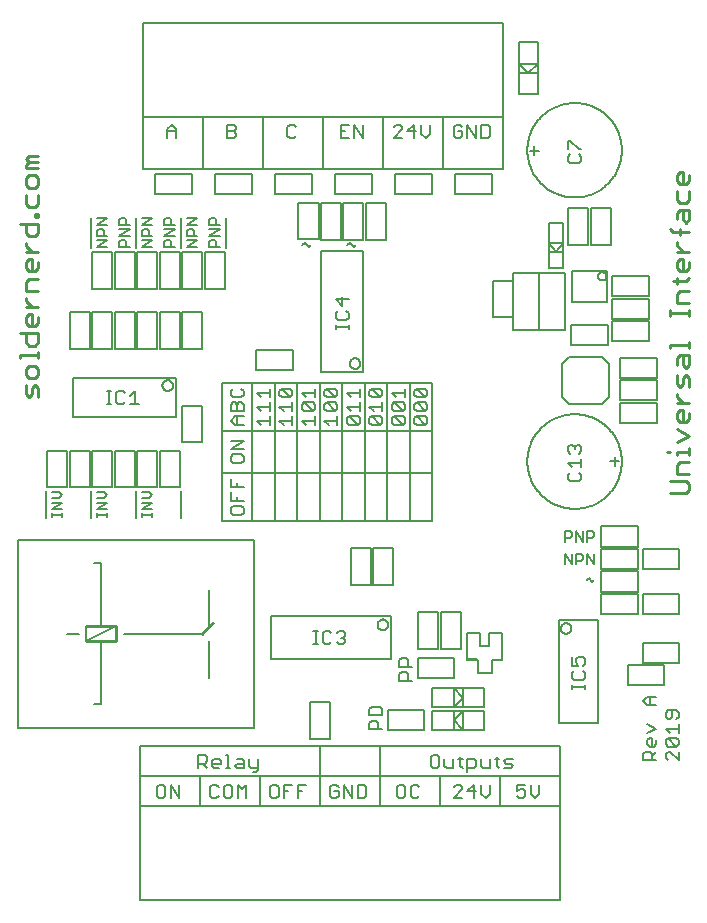
<source format=gto>
G75*
%MOIN*%
%OFA0B0*%
%FSLAX25Y25*%
%IPPOS*%
%LPD*%
%AMOC8*
5,1,8,0,0,1.08239X$1,22.5*
%
%ADD10C,0.00600*%
%ADD11C,0.00900*%
%ADD12C,0.00591*%
%ADD13C,0.00700*%
%ADD14C,0.00500*%
%ADD15C,0.01000*%
D10*
X0008274Y0059898D02*
X0008274Y0122890D01*
X0087014Y0122890D01*
X0087014Y0059898D01*
X0008274Y0059898D01*
X0031049Y0088894D02*
X0041049Y0093894D01*
X0043549Y0091394D02*
X0069549Y0091394D01*
X0072049Y0093894D02*
X0072049Y0106094D01*
X0072049Y0088894D02*
X0072049Y0076594D01*
X0036049Y0067894D02*
X0033549Y0067894D01*
X0036049Y0067894D02*
X0036049Y0088894D01*
X0036049Y0093894D02*
X0036049Y0114894D01*
X0033549Y0114894D01*
X0034691Y0130444D02*
X0034691Y0131578D01*
X0034691Y0131011D02*
X0038094Y0131011D01*
X0038094Y0130444D02*
X0038094Y0131578D01*
X0038094Y0132899D02*
X0034691Y0132899D01*
X0038094Y0135168D01*
X0034691Y0135168D01*
X0034691Y0136582D02*
X0036959Y0136582D01*
X0038094Y0137717D01*
X0036959Y0138851D01*
X0034691Y0138851D01*
X0023094Y0137717D02*
X0021959Y0136582D01*
X0019691Y0136582D01*
X0019691Y0135168D02*
X0023094Y0135168D01*
X0019691Y0132899D01*
X0023094Y0132899D01*
X0023094Y0131578D02*
X0023094Y0130444D01*
X0023094Y0131011D02*
X0019691Y0131011D01*
X0019691Y0130444D02*
X0019691Y0131578D01*
X0023094Y0137717D02*
X0021959Y0138851D01*
X0019691Y0138851D01*
X0038055Y0167944D02*
X0039523Y0167944D01*
X0038789Y0167944D02*
X0038789Y0172347D01*
X0038055Y0172347D02*
X0039523Y0172347D01*
X0041124Y0171613D02*
X0041124Y0168678D01*
X0041858Y0167944D01*
X0043326Y0167944D01*
X0044060Y0168678D01*
X0045728Y0167944D02*
X0048664Y0167944D01*
X0047196Y0167944D02*
X0047196Y0172347D01*
X0045728Y0170880D01*
X0044060Y0171613D02*
X0043326Y0172347D01*
X0041858Y0172347D01*
X0041124Y0171613D01*
X0049691Y0138851D02*
X0051959Y0138851D01*
X0053094Y0137717D01*
X0051959Y0136582D01*
X0049691Y0136582D01*
X0049691Y0135168D02*
X0053094Y0135168D01*
X0049691Y0132899D01*
X0053094Y0132899D01*
X0053094Y0131578D02*
X0053094Y0130444D01*
X0053094Y0131011D02*
X0049691Y0131011D01*
X0049691Y0130444D02*
X0049691Y0131578D01*
X0031049Y0093894D02*
X0031049Y0088894D01*
X0028549Y0091394D02*
X0024549Y0091394D01*
X0034691Y0220444D02*
X0038094Y0222712D01*
X0034691Y0222712D01*
X0034691Y0224127D02*
X0034691Y0225828D01*
X0035258Y0226395D01*
X0036392Y0226395D01*
X0036959Y0225828D01*
X0036959Y0224127D01*
X0038094Y0224127D02*
X0034691Y0224127D01*
X0034691Y0227810D02*
X0038094Y0230079D01*
X0034691Y0230079D01*
X0034691Y0227810D02*
X0038094Y0227810D01*
X0042191Y0227810D02*
X0042191Y0229511D01*
X0042758Y0230079D01*
X0043892Y0230079D01*
X0044459Y0229511D01*
X0044459Y0227810D01*
X0045594Y0227810D02*
X0042191Y0227810D01*
X0042191Y0226395D02*
X0045594Y0226395D01*
X0042191Y0224127D01*
X0045594Y0224127D01*
X0043892Y0222712D02*
X0044459Y0222145D01*
X0044459Y0220444D01*
X0045594Y0220444D02*
X0042191Y0220444D01*
X0042191Y0222145D01*
X0042758Y0222712D01*
X0043892Y0222712D01*
X0049691Y0222712D02*
X0053094Y0222712D01*
X0049691Y0220444D01*
X0053094Y0220444D01*
X0053094Y0224127D02*
X0049691Y0224127D01*
X0049691Y0225828D01*
X0050258Y0226395D01*
X0051392Y0226395D01*
X0051959Y0225828D01*
X0051959Y0224127D01*
X0053094Y0227810D02*
X0049691Y0227810D01*
X0053094Y0230079D01*
X0049691Y0230079D01*
X0057191Y0229511D02*
X0057758Y0230079D01*
X0058892Y0230079D01*
X0059459Y0229511D01*
X0059459Y0227810D01*
X0060594Y0227810D02*
X0057191Y0227810D01*
X0057191Y0229511D01*
X0057191Y0226395D02*
X0060594Y0226395D01*
X0057191Y0224127D01*
X0060594Y0224127D01*
X0058892Y0222712D02*
X0057758Y0222712D01*
X0057191Y0222145D01*
X0057191Y0220444D01*
X0060594Y0220444D01*
X0059459Y0220444D02*
X0059459Y0222145D01*
X0058892Y0222712D01*
X0064691Y0222712D02*
X0068094Y0222712D01*
X0064691Y0220444D01*
X0068094Y0220444D01*
X0068094Y0224127D02*
X0064691Y0224127D01*
X0064691Y0225828D01*
X0065258Y0226395D01*
X0066392Y0226395D01*
X0066959Y0225828D01*
X0066959Y0224127D01*
X0068094Y0227810D02*
X0064691Y0227810D01*
X0068094Y0230079D01*
X0064691Y0230079D01*
X0072191Y0229511D02*
X0072758Y0230079D01*
X0073892Y0230079D01*
X0074459Y0229511D01*
X0074459Y0227810D01*
X0075594Y0227810D02*
X0072191Y0227810D01*
X0072191Y0229511D01*
X0072191Y0226395D02*
X0075594Y0226395D01*
X0072191Y0224127D01*
X0075594Y0224127D01*
X0073892Y0222712D02*
X0072758Y0222712D01*
X0072191Y0222145D01*
X0072191Y0220444D01*
X0075594Y0220444D01*
X0074459Y0220444D02*
X0074459Y0222145D01*
X0073892Y0222712D01*
X0038094Y0220444D02*
X0034691Y0220444D01*
X0158294Y0082937D02*
X0161403Y0082937D01*
X0192940Y0083664D02*
X0192940Y0080728D01*
X0195142Y0080728D01*
X0194408Y0082196D01*
X0194408Y0082930D01*
X0195142Y0083664D01*
X0196610Y0083664D01*
X0197344Y0082930D01*
X0197344Y0081462D01*
X0196610Y0080728D01*
X0196610Y0079060D02*
X0197344Y0078326D01*
X0197344Y0076858D01*
X0196610Y0076124D01*
X0193674Y0076124D01*
X0192940Y0076858D01*
X0192940Y0078326D01*
X0193674Y0079060D01*
X0192940Y0074523D02*
X0192940Y0073055D01*
X0192940Y0073789D02*
X0197344Y0073789D01*
X0197344Y0073055D02*
X0197344Y0074523D01*
X0199712Y0108779D02*
X0200279Y0109347D01*
X0199712Y0108779D02*
X0198578Y0109914D01*
X0198011Y0109347D01*
X0198011Y0114694D02*
X0198011Y0118097D01*
X0200279Y0114694D01*
X0200279Y0118097D01*
X0196596Y0117529D02*
X0196596Y0116395D01*
X0196029Y0115828D01*
X0194327Y0115828D01*
X0194327Y0114694D02*
X0194327Y0118097D01*
X0196029Y0118097D01*
X0196596Y0117529D01*
X0196596Y0122194D02*
X0196596Y0125597D01*
X0198011Y0125597D02*
X0199712Y0125597D01*
X0200279Y0125029D01*
X0200279Y0123895D01*
X0199712Y0123328D01*
X0198011Y0123328D01*
X0198011Y0122194D02*
X0198011Y0125597D01*
X0194327Y0125597D02*
X0194327Y0122194D01*
X0192913Y0123895D02*
X0192346Y0123328D01*
X0190644Y0123328D01*
X0190644Y0122194D02*
X0190644Y0125597D01*
X0192346Y0125597D01*
X0192913Y0125029D01*
X0192913Y0123895D01*
X0194327Y0125597D02*
X0196596Y0122194D01*
X0192913Y0118097D02*
X0192913Y0114694D01*
X0190644Y0118097D01*
X0190644Y0114694D01*
D11*
X0224821Y0152215D02*
X0225838Y0152215D01*
X0227874Y0152215D02*
X0231944Y0152215D01*
X0231944Y0151198D02*
X0231944Y0153233D01*
X0231944Y0157530D02*
X0227874Y0159565D01*
X0228891Y0161940D02*
X0227874Y0162958D01*
X0227874Y0164993D01*
X0228891Y0166011D01*
X0229909Y0166011D01*
X0229909Y0161940D01*
X0230926Y0161940D02*
X0228891Y0161940D01*
X0230926Y0161940D02*
X0231944Y0162958D01*
X0231944Y0164993D01*
X0231944Y0168386D02*
X0227874Y0168386D01*
X0229909Y0168386D02*
X0227874Y0170421D01*
X0227874Y0171438D01*
X0228891Y0173757D02*
X0227874Y0174775D01*
X0227874Y0177827D01*
X0229909Y0176810D02*
X0229909Y0174775D01*
X0228891Y0173757D01*
X0231944Y0173757D02*
X0231944Y0176810D01*
X0230926Y0177827D01*
X0229909Y0176810D01*
X0230926Y0180203D02*
X0229909Y0181220D01*
X0229909Y0184273D01*
X0228891Y0184273D02*
X0231944Y0184273D01*
X0231944Y0181220D01*
X0230926Y0180203D01*
X0227874Y0181220D02*
X0227874Y0183255D01*
X0228891Y0184273D01*
X0225838Y0186648D02*
X0225838Y0187666D01*
X0231944Y0187666D01*
X0231944Y0188683D02*
X0231944Y0186648D01*
X0231944Y0197391D02*
X0231944Y0199426D01*
X0231944Y0198408D02*
X0225838Y0198408D01*
X0225838Y0197391D02*
X0225838Y0199426D01*
X0227874Y0201688D02*
X0227874Y0204740D01*
X0228891Y0205758D01*
X0231944Y0205758D01*
X0230926Y0209151D02*
X0231944Y0210168D01*
X0230926Y0209151D02*
X0226856Y0209151D01*
X0227874Y0210168D02*
X0227874Y0208133D01*
X0228891Y0212430D02*
X0227874Y0213448D01*
X0227874Y0215483D01*
X0228891Y0216500D01*
X0229909Y0216500D01*
X0229909Y0212430D01*
X0230926Y0212430D02*
X0228891Y0212430D01*
X0230926Y0212430D02*
X0231944Y0213448D01*
X0231944Y0215483D01*
X0231944Y0218876D02*
X0227874Y0218876D01*
X0229909Y0218876D02*
X0227874Y0220911D01*
X0227874Y0221928D01*
X0228891Y0224247D02*
X0228891Y0226282D01*
X0226856Y0225264D02*
X0225838Y0226282D01*
X0226856Y0225264D02*
X0231944Y0225264D01*
X0230926Y0228544D02*
X0229909Y0229561D01*
X0229909Y0232614D01*
X0228891Y0232614D02*
X0231944Y0232614D01*
X0231944Y0229561D01*
X0230926Y0228544D01*
X0227874Y0229561D02*
X0227874Y0231596D01*
X0228891Y0232614D01*
X0228891Y0234989D02*
X0227874Y0236007D01*
X0227874Y0239059D01*
X0228891Y0241435D02*
X0227874Y0242452D01*
X0227874Y0244487D01*
X0228891Y0245505D01*
X0229909Y0245505D01*
X0229909Y0241435D01*
X0230926Y0241435D02*
X0228891Y0241435D01*
X0230926Y0241435D02*
X0231944Y0242452D01*
X0231944Y0244487D01*
X0231944Y0239059D02*
X0231944Y0236007D01*
X0230926Y0234989D01*
X0228891Y0234989D01*
X0227874Y0201688D02*
X0231944Y0201688D01*
X0231944Y0157530D02*
X0227874Y0155495D01*
X0227874Y0152215D02*
X0227874Y0151198D01*
X0228891Y0148823D02*
X0227874Y0147805D01*
X0227874Y0144752D01*
X0231944Y0144752D01*
X0230926Y0142377D02*
X0225838Y0142377D01*
X0225838Y0138307D02*
X0230926Y0138307D01*
X0231944Y0139324D01*
X0231944Y0141359D01*
X0230926Y0142377D01*
X0231944Y0148823D02*
X0228891Y0148823D01*
X0015005Y0170367D02*
X0015005Y0173420D01*
X0013987Y0174437D01*
X0012970Y0173420D01*
X0012970Y0171384D01*
X0011952Y0170367D01*
X0010935Y0171384D01*
X0010935Y0174437D01*
X0011952Y0176812D02*
X0010935Y0177830D01*
X0010935Y0179865D01*
X0011952Y0180883D01*
X0013987Y0180883D01*
X0015005Y0179865D01*
X0015005Y0177830D01*
X0013987Y0176812D01*
X0011952Y0176812D01*
X0008900Y0183258D02*
X0008900Y0184275D01*
X0015005Y0184275D01*
X0015005Y0183258D02*
X0015005Y0185293D01*
X0013987Y0187555D02*
X0015005Y0188572D01*
X0015005Y0191625D01*
X0008900Y0191625D01*
X0010935Y0191625D02*
X0010935Y0188572D01*
X0011952Y0187555D01*
X0013987Y0187555D01*
X0013987Y0194000D02*
X0011952Y0194000D01*
X0010935Y0195018D01*
X0010935Y0197053D01*
X0011952Y0198071D01*
X0012970Y0198071D01*
X0012970Y0194000D01*
X0013987Y0194000D02*
X0015005Y0195018D01*
X0015005Y0197053D01*
X0015005Y0200446D02*
X0010935Y0200446D01*
X0012970Y0200446D02*
X0010935Y0202481D01*
X0010935Y0203499D01*
X0010935Y0205817D02*
X0010935Y0208870D01*
X0011952Y0209887D01*
X0015005Y0209887D01*
X0013987Y0212263D02*
X0015005Y0213280D01*
X0015005Y0215315D01*
X0012970Y0216333D02*
X0012970Y0212263D01*
X0013987Y0212263D02*
X0011952Y0212263D01*
X0010935Y0213280D01*
X0010935Y0215315D01*
X0011952Y0216333D01*
X0012970Y0216333D01*
X0012970Y0218708D02*
X0010935Y0220743D01*
X0010935Y0221761D01*
X0011952Y0224079D02*
X0010935Y0225097D01*
X0010935Y0228150D01*
X0008900Y0228150D02*
X0015005Y0228150D01*
X0015005Y0225097D01*
X0013987Y0224079D01*
X0011952Y0224079D01*
X0010935Y0218708D02*
X0015005Y0218708D01*
X0015005Y0205817D02*
X0010935Y0205817D01*
X0013987Y0230525D02*
X0013987Y0231542D01*
X0015005Y0231542D01*
X0015005Y0230525D01*
X0013987Y0230525D01*
X0013987Y0233748D02*
X0015005Y0234765D01*
X0015005Y0237818D01*
X0013987Y0240193D02*
X0015005Y0241211D01*
X0015005Y0243246D01*
X0013987Y0244263D01*
X0011952Y0244263D01*
X0010935Y0243246D01*
X0010935Y0241211D01*
X0011952Y0240193D01*
X0013987Y0240193D01*
X0010935Y0237818D02*
X0010935Y0234765D01*
X0011952Y0233748D01*
X0013987Y0233748D01*
X0015005Y0246639D02*
X0010935Y0246639D01*
X0010935Y0247656D01*
X0011952Y0248674D01*
X0010935Y0249691D01*
X0011952Y0250709D01*
X0015005Y0250709D01*
X0015005Y0248674D02*
X0011952Y0248674D01*
D12*
X0048894Y0034179D02*
X0048894Y0002683D01*
X0188894Y0002683D01*
X0188894Y0034179D01*
X0048894Y0034179D01*
X0048894Y0033894D02*
X0048894Y0043894D01*
X0068894Y0043894D01*
X0068894Y0033894D01*
X0068894Y0043894D02*
X0088894Y0043894D01*
X0088894Y0033894D01*
X0088894Y0043894D02*
X0128894Y0043894D01*
X0128894Y0053894D01*
X0108894Y0053894D01*
X0108894Y0033894D01*
X0108894Y0053894D02*
X0048894Y0053894D01*
X0048894Y0043894D01*
X0092565Y0083057D02*
X0092565Y0097230D01*
X0132722Y0097230D01*
X0132722Y0083057D01*
X0092565Y0083057D01*
X0105547Y0068746D02*
X0105547Y0056541D01*
X0112240Y0056541D01*
X0112240Y0068746D01*
X0105547Y0068746D01*
X0128894Y0053894D02*
X0188894Y0053894D01*
X0188894Y0043894D01*
X0168894Y0043894D01*
X0168894Y0033894D01*
X0168894Y0043894D02*
X0148894Y0043894D01*
X0148894Y0033894D01*
X0148894Y0043894D02*
X0128894Y0043894D01*
X0128894Y0033894D01*
X0131541Y0059297D02*
X0131541Y0065990D01*
X0143746Y0065990D01*
X0143746Y0059297D01*
X0131541Y0059297D01*
X0146482Y0059494D02*
X0146482Y0065793D01*
X0153569Y0065793D01*
X0153569Y0062644D01*
X0156719Y0065793D01*
X0156719Y0059494D01*
X0153569Y0062644D01*
X0153569Y0059494D01*
X0146482Y0059494D01*
X0146482Y0066994D02*
X0146482Y0073293D01*
X0153569Y0073293D01*
X0153569Y0066994D01*
X0156719Y0070144D01*
X0153569Y0073293D01*
X0156719Y0073293D01*
X0156719Y0070144D01*
X0156719Y0066994D01*
X0153569Y0066994D01*
X0146482Y0066994D01*
X0153569Y0065793D02*
X0156719Y0065793D01*
X0163805Y0065793D01*
X0163805Y0059494D01*
X0156719Y0059494D01*
X0153569Y0059494D01*
X0156719Y0066994D02*
X0163805Y0066994D01*
X0163805Y0073293D01*
X0156719Y0073293D01*
X0153746Y0076797D02*
X0153746Y0083490D01*
X0141541Y0083490D01*
X0141541Y0076797D01*
X0153746Y0076797D01*
X0157988Y0082781D02*
X0157988Y0091837D01*
X0162319Y0091837D01*
X0162319Y0087506D01*
X0165469Y0087506D01*
X0165469Y0091837D01*
X0169799Y0091837D01*
X0169799Y0082781D01*
X0166256Y0082781D01*
X0166256Y0078451D01*
X0161531Y0078451D01*
X0161531Y0082781D01*
X0157988Y0082781D01*
X0155990Y0086541D02*
X0155990Y0098746D01*
X0149297Y0098746D01*
X0149297Y0086541D01*
X0155990Y0086541D01*
X0148490Y0086541D02*
X0148490Y0098746D01*
X0141797Y0098746D01*
X0141797Y0086541D01*
X0148490Y0086541D01*
X0128199Y0094474D02*
X0128201Y0094557D01*
X0128207Y0094641D01*
X0128217Y0094724D01*
X0128230Y0094806D01*
X0128248Y0094888D01*
X0128270Y0094968D01*
X0128295Y0095048D01*
X0128324Y0095126D01*
X0128356Y0095203D01*
X0128393Y0095279D01*
X0128432Y0095352D01*
X0128476Y0095423D01*
X0128522Y0095493D01*
X0128572Y0095560D01*
X0128625Y0095625D01*
X0128680Y0095687D01*
X0128739Y0095746D01*
X0128801Y0095803D01*
X0128865Y0095856D01*
X0128931Y0095907D01*
X0129000Y0095954D01*
X0129071Y0095998D01*
X0129144Y0096039D01*
X0129219Y0096076D01*
X0129295Y0096109D01*
X0129373Y0096139D01*
X0129453Y0096165D01*
X0129533Y0096188D01*
X0129614Y0096206D01*
X0129697Y0096221D01*
X0129779Y0096232D01*
X0129863Y0096239D01*
X0129946Y0096242D01*
X0130030Y0096241D01*
X0130113Y0096236D01*
X0130196Y0096227D01*
X0130279Y0096214D01*
X0130360Y0096198D01*
X0130441Y0096177D01*
X0130521Y0096153D01*
X0130600Y0096125D01*
X0130677Y0096093D01*
X0130753Y0096058D01*
X0130827Y0096019D01*
X0130899Y0095977D01*
X0130969Y0095931D01*
X0131036Y0095882D01*
X0131102Y0095830D01*
X0131164Y0095775D01*
X0131225Y0095717D01*
X0131282Y0095656D01*
X0131336Y0095593D01*
X0131387Y0095527D01*
X0131436Y0095458D01*
X0131480Y0095388D01*
X0131522Y0095315D01*
X0131560Y0095241D01*
X0131594Y0095165D01*
X0131625Y0095087D01*
X0131652Y0095008D01*
X0131676Y0094928D01*
X0131695Y0094847D01*
X0131711Y0094765D01*
X0131723Y0094682D01*
X0131731Y0094599D01*
X0131735Y0094516D01*
X0131735Y0094432D01*
X0131731Y0094349D01*
X0131723Y0094266D01*
X0131711Y0094183D01*
X0131695Y0094101D01*
X0131676Y0094020D01*
X0131652Y0093940D01*
X0131625Y0093861D01*
X0131594Y0093783D01*
X0131560Y0093707D01*
X0131522Y0093633D01*
X0131480Y0093560D01*
X0131436Y0093490D01*
X0131387Y0093421D01*
X0131336Y0093355D01*
X0131282Y0093292D01*
X0131225Y0093231D01*
X0131164Y0093173D01*
X0131102Y0093118D01*
X0131036Y0093066D01*
X0130969Y0093017D01*
X0130899Y0092971D01*
X0130827Y0092929D01*
X0130753Y0092890D01*
X0130677Y0092855D01*
X0130600Y0092823D01*
X0130521Y0092795D01*
X0130441Y0092771D01*
X0130360Y0092750D01*
X0130279Y0092734D01*
X0130196Y0092721D01*
X0130113Y0092712D01*
X0130030Y0092707D01*
X0129946Y0092706D01*
X0129863Y0092709D01*
X0129779Y0092716D01*
X0129697Y0092727D01*
X0129614Y0092742D01*
X0129533Y0092760D01*
X0129453Y0092783D01*
X0129373Y0092809D01*
X0129295Y0092839D01*
X0129219Y0092872D01*
X0129144Y0092909D01*
X0129071Y0092950D01*
X0129000Y0092994D01*
X0128931Y0093041D01*
X0128865Y0093092D01*
X0128801Y0093145D01*
X0128739Y0093202D01*
X0128680Y0093261D01*
X0128625Y0093323D01*
X0128572Y0093388D01*
X0128522Y0093455D01*
X0128476Y0093525D01*
X0128432Y0093596D01*
X0128393Y0093669D01*
X0128356Y0093745D01*
X0128324Y0093822D01*
X0128295Y0093900D01*
X0128270Y0093980D01*
X0128248Y0094060D01*
X0128230Y0094142D01*
X0128217Y0094224D01*
X0128207Y0094307D01*
X0128201Y0094391D01*
X0128199Y0094474D01*
X0126797Y0107791D02*
X0133490Y0107791D01*
X0133490Y0119996D01*
X0126797Y0119996D01*
X0126797Y0107791D01*
X0125990Y0107791D02*
X0119297Y0107791D01*
X0119297Y0119996D01*
X0125990Y0119996D01*
X0125990Y0107791D01*
X0123894Y0128894D02*
X0116394Y0128894D01*
X0116394Y0175144D01*
X0108894Y0175144D01*
X0108894Y0128894D01*
X0116394Y0128894D01*
X0108894Y0128894D02*
X0101394Y0128894D01*
X0101394Y0175144D01*
X0093894Y0175144D01*
X0093894Y0128894D01*
X0101394Y0128894D01*
X0093894Y0128894D02*
X0086394Y0128894D01*
X0086394Y0175144D01*
X0076394Y0175144D01*
X0076394Y0158894D01*
X0146394Y0158894D01*
X0146394Y0175144D01*
X0138894Y0175144D01*
X0138894Y0128894D01*
X0146394Y0128894D01*
X0146394Y0145144D01*
X0076394Y0145144D01*
X0076394Y0128894D01*
X0086394Y0128894D01*
X0076394Y0145144D02*
X0076394Y0158894D01*
X0069740Y0155291D02*
X0069740Y0167496D01*
X0063047Y0167496D01*
X0063047Y0155291D01*
X0069740Y0155291D01*
X0062240Y0152496D02*
X0055547Y0152496D01*
X0055547Y0140291D01*
X0062240Y0140291D01*
X0062240Y0152496D01*
X0054740Y0152496D02*
X0048047Y0152496D01*
X0048047Y0140291D01*
X0054740Y0140291D01*
X0054740Y0152496D01*
X0047240Y0152496D02*
X0040547Y0152496D01*
X0040547Y0140291D01*
X0047240Y0140291D01*
X0047240Y0152496D01*
X0039740Y0152496D02*
X0033047Y0152496D01*
X0033047Y0140291D01*
X0039740Y0140291D01*
X0039740Y0152496D01*
X0032240Y0152496D02*
X0025547Y0152496D01*
X0025547Y0140291D01*
X0032240Y0140291D01*
X0032240Y0152496D01*
X0024740Y0152496D02*
X0018047Y0152496D01*
X0018047Y0140291D01*
X0024740Y0140291D01*
X0024740Y0152496D01*
X0026669Y0163648D02*
X0026669Y0176640D01*
X0061118Y0176640D01*
X0061118Y0163648D01*
X0026669Y0163648D01*
X0025547Y0186541D02*
X0032240Y0186541D01*
X0032240Y0198746D01*
X0025547Y0198746D01*
X0025547Y0186541D01*
X0033047Y0186541D02*
X0033047Y0198746D01*
X0039740Y0198746D01*
X0039740Y0186541D01*
X0033047Y0186541D01*
X0040547Y0186541D02*
X0047240Y0186541D01*
X0047240Y0198746D01*
X0040547Y0198746D01*
X0040547Y0186541D01*
X0048047Y0186541D02*
X0048047Y0198746D01*
X0054740Y0198746D01*
X0054740Y0186541D01*
X0048047Y0186541D01*
X0055547Y0186541D02*
X0062240Y0186541D01*
X0062240Y0198746D01*
X0055547Y0198746D01*
X0055547Y0186541D01*
X0063047Y0186541D02*
X0063047Y0198746D01*
X0069740Y0198746D01*
X0069740Y0186541D01*
X0063047Y0186541D01*
X0056501Y0174258D02*
X0056503Y0174341D01*
X0056509Y0174425D01*
X0056519Y0174508D01*
X0056532Y0174590D01*
X0056550Y0174672D01*
X0056572Y0174752D01*
X0056597Y0174832D01*
X0056626Y0174910D01*
X0056658Y0174987D01*
X0056695Y0175063D01*
X0056734Y0175136D01*
X0056778Y0175207D01*
X0056824Y0175277D01*
X0056874Y0175344D01*
X0056927Y0175409D01*
X0056982Y0175471D01*
X0057041Y0175530D01*
X0057103Y0175587D01*
X0057167Y0175640D01*
X0057233Y0175691D01*
X0057302Y0175738D01*
X0057373Y0175782D01*
X0057446Y0175823D01*
X0057521Y0175860D01*
X0057597Y0175893D01*
X0057675Y0175923D01*
X0057755Y0175949D01*
X0057835Y0175972D01*
X0057916Y0175990D01*
X0057999Y0176005D01*
X0058081Y0176016D01*
X0058165Y0176023D01*
X0058248Y0176026D01*
X0058332Y0176025D01*
X0058415Y0176020D01*
X0058498Y0176011D01*
X0058581Y0175998D01*
X0058662Y0175982D01*
X0058743Y0175961D01*
X0058823Y0175937D01*
X0058902Y0175909D01*
X0058979Y0175877D01*
X0059055Y0175842D01*
X0059129Y0175803D01*
X0059201Y0175761D01*
X0059271Y0175715D01*
X0059338Y0175666D01*
X0059404Y0175614D01*
X0059466Y0175559D01*
X0059527Y0175501D01*
X0059584Y0175440D01*
X0059638Y0175377D01*
X0059689Y0175311D01*
X0059738Y0175242D01*
X0059782Y0175172D01*
X0059824Y0175099D01*
X0059862Y0175025D01*
X0059896Y0174949D01*
X0059927Y0174871D01*
X0059954Y0174792D01*
X0059978Y0174712D01*
X0059997Y0174631D01*
X0060013Y0174549D01*
X0060025Y0174466D01*
X0060033Y0174383D01*
X0060037Y0174300D01*
X0060037Y0174216D01*
X0060033Y0174133D01*
X0060025Y0174050D01*
X0060013Y0173967D01*
X0059997Y0173885D01*
X0059978Y0173804D01*
X0059954Y0173724D01*
X0059927Y0173645D01*
X0059896Y0173567D01*
X0059862Y0173491D01*
X0059824Y0173417D01*
X0059782Y0173344D01*
X0059738Y0173274D01*
X0059689Y0173205D01*
X0059638Y0173139D01*
X0059584Y0173076D01*
X0059527Y0173015D01*
X0059466Y0172957D01*
X0059404Y0172902D01*
X0059338Y0172850D01*
X0059271Y0172801D01*
X0059201Y0172755D01*
X0059129Y0172713D01*
X0059055Y0172674D01*
X0058979Y0172639D01*
X0058902Y0172607D01*
X0058823Y0172579D01*
X0058743Y0172555D01*
X0058662Y0172534D01*
X0058581Y0172518D01*
X0058498Y0172505D01*
X0058415Y0172496D01*
X0058332Y0172491D01*
X0058248Y0172490D01*
X0058165Y0172493D01*
X0058081Y0172500D01*
X0057999Y0172511D01*
X0057916Y0172526D01*
X0057835Y0172544D01*
X0057755Y0172567D01*
X0057675Y0172593D01*
X0057597Y0172623D01*
X0057521Y0172656D01*
X0057446Y0172693D01*
X0057373Y0172734D01*
X0057302Y0172778D01*
X0057233Y0172825D01*
X0057167Y0172876D01*
X0057103Y0172929D01*
X0057041Y0172986D01*
X0056982Y0173045D01*
X0056927Y0173107D01*
X0056874Y0173172D01*
X0056824Y0173239D01*
X0056778Y0173309D01*
X0056734Y0173380D01*
X0056695Y0173453D01*
X0056658Y0173529D01*
X0056626Y0173606D01*
X0056597Y0173684D01*
X0056572Y0173764D01*
X0056550Y0173844D01*
X0056532Y0173926D01*
X0056519Y0174008D01*
X0056509Y0174091D01*
X0056503Y0174175D01*
X0056501Y0174258D01*
X0086394Y0175144D02*
X0093894Y0175144D01*
X0099996Y0179297D02*
X0099996Y0185990D01*
X0087791Y0185990D01*
X0087791Y0179297D01*
X0099996Y0179297D01*
X0101394Y0175144D02*
X0108894Y0175144D01*
X0109307Y0178815D02*
X0123480Y0178815D01*
X0123480Y0218972D01*
X0109307Y0218972D01*
X0109307Y0178815D01*
X0116394Y0175144D02*
X0123894Y0175144D01*
X0123894Y0128894D01*
X0131394Y0128894D01*
X0131394Y0175144D01*
X0123894Y0175144D01*
X0118956Y0181571D02*
X0118958Y0181654D01*
X0118964Y0181738D01*
X0118974Y0181821D01*
X0118987Y0181903D01*
X0119005Y0181985D01*
X0119027Y0182065D01*
X0119052Y0182145D01*
X0119081Y0182223D01*
X0119113Y0182300D01*
X0119150Y0182376D01*
X0119189Y0182449D01*
X0119233Y0182520D01*
X0119279Y0182590D01*
X0119329Y0182657D01*
X0119382Y0182722D01*
X0119437Y0182784D01*
X0119496Y0182843D01*
X0119558Y0182900D01*
X0119622Y0182953D01*
X0119688Y0183004D01*
X0119757Y0183051D01*
X0119828Y0183095D01*
X0119901Y0183136D01*
X0119976Y0183173D01*
X0120052Y0183206D01*
X0120130Y0183236D01*
X0120210Y0183262D01*
X0120290Y0183285D01*
X0120371Y0183303D01*
X0120454Y0183318D01*
X0120536Y0183329D01*
X0120620Y0183336D01*
X0120703Y0183339D01*
X0120787Y0183338D01*
X0120870Y0183333D01*
X0120953Y0183324D01*
X0121036Y0183311D01*
X0121117Y0183295D01*
X0121198Y0183274D01*
X0121278Y0183250D01*
X0121357Y0183222D01*
X0121434Y0183190D01*
X0121510Y0183155D01*
X0121584Y0183116D01*
X0121656Y0183074D01*
X0121726Y0183028D01*
X0121793Y0182979D01*
X0121859Y0182927D01*
X0121921Y0182872D01*
X0121982Y0182814D01*
X0122039Y0182753D01*
X0122093Y0182690D01*
X0122144Y0182624D01*
X0122193Y0182555D01*
X0122237Y0182485D01*
X0122279Y0182412D01*
X0122317Y0182338D01*
X0122351Y0182262D01*
X0122382Y0182184D01*
X0122409Y0182105D01*
X0122433Y0182025D01*
X0122452Y0181944D01*
X0122468Y0181862D01*
X0122480Y0181779D01*
X0122488Y0181696D01*
X0122492Y0181613D01*
X0122492Y0181529D01*
X0122488Y0181446D01*
X0122480Y0181363D01*
X0122468Y0181280D01*
X0122452Y0181198D01*
X0122433Y0181117D01*
X0122409Y0181037D01*
X0122382Y0180958D01*
X0122351Y0180880D01*
X0122317Y0180804D01*
X0122279Y0180730D01*
X0122237Y0180657D01*
X0122193Y0180587D01*
X0122144Y0180518D01*
X0122093Y0180452D01*
X0122039Y0180389D01*
X0121982Y0180328D01*
X0121921Y0180270D01*
X0121859Y0180215D01*
X0121793Y0180163D01*
X0121726Y0180114D01*
X0121656Y0180068D01*
X0121584Y0180026D01*
X0121510Y0179987D01*
X0121434Y0179952D01*
X0121357Y0179920D01*
X0121278Y0179892D01*
X0121198Y0179868D01*
X0121117Y0179847D01*
X0121036Y0179831D01*
X0120953Y0179818D01*
X0120870Y0179809D01*
X0120787Y0179804D01*
X0120703Y0179803D01*
X0120620Y0179806D01*
X0120536Y0179813D01*
X0120454Y0179824D01*
X0120371Y0179839D01*
X0120290Y0179857D01*
X0120210Y0179880D01*
X0120130Y0179906D01*
X0120052Y0179936D01*
X0119976Y0179969D01*
X0119901Y0180006D01*
X0119828Y0180047D01*
X0119757Y0180091D01*
X0119688Y0180138D01*
X0119622Y0180189D01*
X0119558Y0180242D01*
X0119496Y0180299D01*
X0119437Y0180358D01*
X0119382Y0180420D01*
X0119329Y0180485D01*
X0119279Y0180552D01*
X0119233Y0180622D01*
X0119189Y0180693D01*
X0119150Y0180766D01*
X0119113Y0180842D01*
X0119081Y0180919D01*
X0119052Y0180997D01*
X0119027Y0181077D01*
X0119005Y0181157D01*
X0118987Y0181239D01*
X0118974Y0181321D01*
X0118964Y0181404D01*
X0118958Y0181488D01*
X0118956Y0181571D01*
X0131394Y0175144D02*
X0138894Y0175144D01*
X0146394Y0158894D02*
X0146394Y0145144D01*
X0138894Y0128894D02*
X0131394Y0128894D01*
X0173283Y0192791D02*
X0173283Y0211689D01*
X0181945Y0211689D01*
X0181945Y0192791D01*
X0173283Y0192791D01*
X0173520Y0196945D02*
X0166827Y0196945D01*
X0166827Y0209150D01*
X0173520Y0209150D01*
X0173520Y0196945D01*
X0182033Y0192791D02*
X0182033Y0211689D01*
X0190695Y0211689D01*
X0190695Y0192791D01*
X0182033Y0192791D01*
X0192762Y0194337D02*
X0192762Y0187644D01*
X0204967Y0187644D01*
X0204967Y0194337D01*
X0192762Y0194337D01*
X0192959Y0202122D02*
X0204770Y0202122D01*
X0204770Y0212358D01*
X0192959Y0212358D01*
X0192959Y0202122D01*
X0189976Y0213510D02*
X0185252Y0213510D01*
X0185252Y0218628D01*
X0189976Y0218628D01*
X0189976Y0213510D01*
X0189976Y0218628D02*
X0189976Y0221778D01*
X0187614Y0218628D01*
X0185252Y0221778D01*
X0189976Y0221778D01*
X0189976Y0228470D01*
X0185252Y0228470D01*
X0185252Y0221778D01*
X0185252Y0218628D01*
X0191768Y0221138D02*
X0198461Y0221138D01*
X0198461Y0233343D01*
X0191768Y0233343D01*
X0191768Y0221138D01*
X0199268Y0221138D02*
X0205961Y0221138D01*
X0205961Y0233343D01*
X0199268Y0233343D01*
X0199268Y0221138D01*
X0201694Y0210665D02*
X0201696Y0210740D01*
X0201702Y0210814D01*
X0201712Y0210888D01*
X0201725Y0210961D01*
X0201743Y0211034D01*
X0201764Y0211105D01*
X0201789Y0211176D01*
X0201818Y0211245D01*
X0201851Y0211312D01*
X0201887Y0211377D01*
X0201926Y0211441D01*
X0201968Y0211502D01*
X0202014Y0211561D01*
X0202063Y0211618D01*
X0202115Y0211671D01*
X0202169Y0211722D01*
X0202226Y0211771D01*
X0202286Y0211815D01*
X0202348Y0211857D01*
X0202412Y0211896D01*
X0202478Y0211931D01*
X0202545Y0211962D01*
X0202615Y0211990D01*
X0202685Y0212014D01*
X0202757Y0212035D01*
X0202830Y0212051D01*
X0202903Y0212064D01*
X0202978Y0212073D01*
X0203052Y0212078D01*
X0203127Y0212079D01*
X0203201Y0212076D01*
X0203276Y0212069D01*
X0203349Y0212058D01*
X0203423Y0212044D01*
X0203495Y0212025D01*
X0203566Y0212003D01*
X0203636Y0211977D01*
X0203705Y0211947D01*
X0203771Y0211914D01*
X0203836Y0211877D01*
X0203899Y0211837D01*
X0203960Y0211793D01*
X0204018Y0211747D01*
X0204074Y0211697D01*
X0204127Y0211645D01*
X0204178Y0211590D01*
X0204225Y0211532D01*
X0204269Y0211472D01*
X0204310Y0211409D01*
X0204348Y0211345D01*
X0204382Y0211279D01*
X0204413Y0211210D01*
X0204440Y0211141D01*
X0204463Y0211070D01*
X0204482Y0210998D01*
X0204498Y0210925D01*
X0204510Y0210851D01*
X0204518Y0210777D01*
X0204522Y0210702D01*
X0204522Y0210628D01*
X0204518Y0210553D01*
X0204510Y0210479D01*
X0204498Y0210405D01*
X0204482Y0210332D01*
X0204463Y0210260D01*
X0204440Y0210189D01*
X0204413Y0210120D01*
X0204382Y0210051D01*
X0204348Y0209985D01*
X0204310Y0209921D01*
X0204269Y0209858D01*
X0204225Y0209798D01*
X0204178Y0209740D01*
X0204127Y0209685D01*
X0204074Y0209633D01*
X0204018Y0209583D01*
X0203960Y0209537D01*
X0203899Y0209493D01*
X0203836Y0209453D01*
X0203771Y0209416D01*
X0203705Y0209383D01*
X0203636Y0209353D01*
X0203566Y0209327D01*
X0203495Y0209305D01*
X0203423Y0209286D01*
X0203349Y0209272D01*
X0203276Y0209261D01*
X0203201Y0209254D01*
X0203127Y0209251D01*
X0203052Y0209252D01*
X0202978Y0209257D01*
X0202903Y0209266D01*
X0202830Y0209279D01*
X0202757Y0209295D01*
X0202685Y0209316D01*
X0202615Y0209340D01*
X0202545Y0209368D01*
X0202478Y0209399D01*
X0202412Y0209434D01*
X0202348Y0209473D01*
X0202286Y0209515D01*
X0202226Y0209559D01*
X0202169Y0209608D01*
X0202115Y0209659D01*
X0202063Y0209712D01*
X0202014Y0209769D01*
X0201968Y0209828D01*
X0201926Y0209889D01*
X0201887Y0209953D01*
X0201851Y0210018D01*
X0201818Y0210085D01*
X0201789Y0210154D01*
X0201764Y0210225D01*
X0201743Y0210296D01*
X0201725Y0210369D01*
X0201712Y0210442D01*
X0201702Y0210516D01*
X0201696Y0210590D01*
X0201694Y0210665D01*
X0206512Y0210587D02*
X0206512Y0203894D01*
X0218717Y0203894D01*
X0218717Y0210587D01*
X0206512Y0210587D01*
X0206512Y0203087D02*
X0206512Y0196394D01*
X0218717Y0196394D01*
X0218717Y0203087D01*
X0206512Y0203087D01*
X0206512Y0195587D02*
X0206512Y0188894D01*
X0218717Y0188894D01*
X0218717Y0195587D01*
X0206512Y0195587D01*
X0209041Y0183490D02*
X0209041Y0176797D01*
X0221246Y0176797D01*
X0221246Y0183490D01*
X0209041Y0183490D01*
X0209041Y0175990D02*
X0209041Y0169297D01*
X0221246Y0169297D01*
X0221246Y0175990D01*
X0209041Y0175990D01*
X0209041Y0168490D02*
X0209041Y0161797D01*
X0221246Y0161797D01*
X0221246Y0168490D01*
X0209041Y0168490D01*
X0207319Y0150512D02*
X0207319Y0147512D01*
X0205819Y0149012D02*
X0208819Y0149012D01*
X0178146Y0148894D02*
X0178151Y0149280D01*
X0178165Y0149667D01*
X0178189Y0150052D01*
X0178222Y0150438D01*
X0178264Y0150822D01*
X0178316Y0151205D01*
X0178378Y0151586D01*
X0178449Y0151966D01*
X0178529Y0152344D01*
X0178618Y0152720D01*
X0178716Y0153094D01*
X0178824Y0153465D01*
X0178941Y0153834D01*
X0179067Y0154199D01*
X0179201Y0154562D01*
X0179345Y0154920D01*
X0179497Y0155276D01*
X0179658Y0155627D01*
X0179828Y0155974D01*
X0180006Y0156318D01*
X0180192Y0156656D01*
X0180386Y0156990D01*
X0180589Y0157319D01*
X0180800Y0157643D01*
X0181019Y0157962D01*
X0181245Y0158275D01*
X0181479Y0158583D01*
X0181721Y0158884D01*
X0181969Y0159180D01*
X0182226Y0159470D01*
X0182489Y0159753D01*
X0182758Y0160030D01*
X0183035Y0160299D01*
X0183318Y0160562D01*
X0183608Y0160819D01*
X0183904Y0161067D01*
X0184205Y0161309D01*
X0184513Y0161543D01*
X0184826Y0161769D01*
X0185145Y0161988D01*
X0185469Y0162199D01*
X0185798Y0162402D01*
X0186132Y0162596D01*
X0186470Y0162782D01*
X0186814Y0162960D01*
X0187161Y0163130D01*
X0187512Y0163291D01*
X0187868Y0163443D01*
X0188226Y0163587D01*
X0188589Y0163721D01*
X0188954Y0163847D01*
X0189323Y0163964D01*
X0189694Y0164072D01*
X0190068Y0164170D01*
X0190444Y0164259D01*
X0190822Y0164339D01*
X0191202Y0164410D01*
X0191583Y0164472D01*
X0191966Y0164524D01*
X0192350Y0164566D01*
X0192736Y0164599D01*
X0193121Y0164623D01*
X0193508Y0164637D01*
X0193894Y0164642D01*
X0194280Y0164637D01*
X0194667Y0164623D01*
X0195052Y0164599D01*
X0195438Y0164566D01*
X0195822Y0164524D01*
X0196205Y0164472D01*
X0196586Y0164410D01*
X0196966Y0164339D01*
X0197344Y0164259D01*
X0197720Y0164170D01*
X0198094Y0164072D01*
X0198465Y0163964D01*
X0198834Y0163847D01*
X0199199Y0163721D01*
X0199562Y0163587D01*
X0199920Y0163443D01*
X0200276Y0163291D01*
X0200627Y0163130D01*
X0200974Y0162960D01*
X0201318Y0162782D01*
X0201656Y0162596D01*
X0201990Y0162402D01*
X0202319Y0162199D01*
X0202643Y0161988D01*
X0202962Y0161769D01*
X0203275Y0161543D01*
X0203583Y0161309D01*
X0203884Y0161067D01*
X0204180Y0160819D01*
X0204470Y0160562D01*
X0204753Y0160299D01*
X0205030Y0160030D01*
X0205299Y0159753D01*
X0205562Y0159470D01*
X0205819Y0159180D01*
X0206067Y0158884D01*
X0206309Y0158583D01*
X0206543Y0158275D01*
X0206769Y0157962D01*
X0206988Y0157643D01*
X0207199Y0157319D01*
X0207402Y0156990D01*
X0207596Y0156656D01*
X0207782Y0156318D01*
X0207960Y0155974D01*
X0208130Y0155627D01*
X0208291Y0155276D01*
X0208443Y0154920D01*
X0208587Y0154562D01*
X0208721Y0154199D01*
X0208847Y0153834D01*
X0208964Y0153465D01*
X0209072Y0153094D01*
X0209170Y0152720D01*
X0209259Y0152344D01*
X0209339Y0151966D01*
X0209410Y0151586D01*
X0209472Y0151205D01*
X0209524Y0150822D01*
X0209566Y0150438D01*
X0209599Y0150052D01*
X0209623Y0149667D01*
X0209637Y0149280D01*
X0209642Y0148894D01*
X0209637Y0148508D01*
X0209623Y0148121D01*
X0209599Y0147736D01*
X0209566Y0147350D01*
X0209524Y0146966D01*
X0209472Y0146583D01*
X0209410Y0146202D01*
X0209339Y0145822D01*
X0209259Y0145444D01*
X0209170Y0145068D01*
X0209072Y0144694D01*
X0208964Y0144323D01*
X0208847Y0143954D01*
X0208721Y0143589D01*
X0208587Y0143226D01*
X0208443Y0142868D01*
X0208291Y0142512D01*
X0208130Y0142161D01*
X0207960Y0141814D01*
X0207782Y0141470D01*
X0207596Y0141132D01*
X0207402Y0140798D01*
X0207199Y0140469D01*
X0206988Y0140145D01*
X0206769Y0139826D01*
X0206543Y0139513D01*
X0206309Y0139205D01*
X0206067Y0138904D01*
X0205819Y0138608D01*
X0205562Y0138318D01*
X0205299Y0138035D01*
X0205030Y0137758D01*
X0204753Y0137489D01*
X0204470Y0137226D01*
X0204180Y0136969D01*
X0203884Y0136721D01*
X0203583Y0136479D01*
X0203275Y0136245D01*
X0202962Y0136019D01*
X0202643Y0135800D01*
X0202319Y0135589D01*
X0201990Y0135386D01*
X0201656Y0135192D01*
X0201318Y0135006D01*
X0200974Y0134828D01*
X0200627Y0134658D01*
X0200276Y0134497D01*
X0199920Y0134345D01*
X0199562Y0134201D01*
X0199199Y0134067D01*
X0198834Y0133941D01*
X0198465Y0133824D01*
X0198094Y0133716D01*
X0197720Y0133618D01*
X0197344Y0133529D01*
X0196966Y0133449D01*
X0196586Y0133378D01*
X0196205Y0133316D01*
X0195822Y0133264D01*
X0195438Y0133222D01*
X0195052Y0133189D01*
X0194667Y0133165D01*
X0194280Y0133151D01*
X0193894Y0133146D01*
X0193508Y0133151D01*
X0193121Y0133165D01*
X0192736Y0133189D01*
X0192350Y0133222D01*
X0191966Y0133264D01*
X0191583Y0133316D01*
X0191202Y0133378D01*
X0190822Y0133449D01*
X0190444Y0133529D01*
X0190068Y0133618D01*
X0189694Y0133716D01*
X0189323Y0133824D01*
X0188954Y0133941D01*
X0188589Y0134067D01*
X0188226Y0134201D01*
X0187868Y0134345D01*
X0187512Y0134497D01*
X0187161Y0134658D01*
X0186814Y0134828D01*
X0186470Y0135006D01*
X0186132Y0135192D01*
X0185798Y0135386D01*
X0185469Y0135589D01*
X0185145Y0135800D01*
X0184826Y0136019D01*
X0184513Y0136245D01*
X0184205Y0136479D01*
X0183904Y0136721D01*
X0183608Y0136969D01*
X0183318Y0137226D01*
X0183035Y0137489D01*
X0182758Y0137758D01*
X0182489Y0138035D01*
X0182226Y0138318D01*
X0181969Y0138608D01*
X0181721Y0138904D01*
X0181479Y0139205D01*
X0181245Y0139513D01*
X0181019Y0139826D01*
X0180800Y0140145D01*
X0180589Y0140469D01*
X0180386Y0140798D01*
X0180192Y0141132D01*
X0180006Y0141470D01*
X0179828Y0141814D01*
X0179658Y0142161D01*
X0179497Y0142512D01*
X0179345Y0142868D01*
X0179201Y0143226D01*
X0179067Y0143589D01*
X0178941Y0143954D01*
X0178824Y0144323D01*
X0178716Y0144694D01*
X0178618Y0145068D01*
X0178529Y0145444D01*
X0178449Y0145822D01*
X0178378Y0146202D01*
X0178316Y0146583D01*
X0178264Y0146966D01*
X0178222Y0147350D01*
X0178189Y0147736D01*
X0178165Y0148121D01*
X0178151Y0148508D01*
X0178146Y0148894D01*
X0202791Y0127240D02*
X0202791Y0120547D01*
X0214996Y0120547D01*
X0214996Y0127240D01*
X0202791Y0127240D01*
X0202791Y0119740D02*
X0202791Y0113047D01*
X0214996Y0113047D01*
X0214996Y0119740D01*
X0202791Y0119740D01*
X0202791Y0112240D02*
X0202791Y0105547D01*
X0214996Y0105547D01*
X0214996Y0112240D01*
X0202791Y0112240D01*
X0202673Y0104711D02*
X0202673Y0098018D01*
X0214878Y0098018D01*
X0214878Y0104711D01*
X0202673Y0104711D01*
X0201640Y0096118D02*
X0201640Y0061669D01*
X0188648Y0061669D01*
X0188648Y0096118D01*
X0201640Y0096118D01*
X0189262Y0093269D02*
X0189264Y0093352D01*
X0189270Y0093436D01*
X0189280Y0093519D01*
X0189293Y0093601D01*
X0189311Y0093683D01*
X0189333Y0093763D01*
X0189358Y0093843D01*
X0189387Y0093921D01*
X0189419Y0093998D01*
X0189456Y0094074D01*
X0189495Y0094147D01*
X0189539Y0094218D01*
X0189585Y0094288D01*
X0189635Y0094355D01*
X0189688Y0094420D01*
X0189743Y0094482D01*
X0189802Y0094541D01*
X0189864Y0094598D01*
X0189928Y0094651D01*
X0189994Y0094702D01*
X0190063Y0094749D01*
X0190134Y0094793D01*
X0190207Y0094834D01*
X0190282Y0094871D01*
X0190358Y0094904D01*
X0190436Y0094934D01*
X0190516Y0094960D01*
X0190596Y0094983D01*
X0190677Y0095001D01*
X0190760Y0095016D01*
X0190842Y0095027D01*
X0190926Y0095034D01*
X0191009Y0095037D01*
X0191093Y0095036D01*
X0191176Y0095031D01*
X0191259Y0095022D01*
X0191342Y0095009D01*
X0191423Y0094993D01*
X0191504Y0094972D01*
X0191584Y0094948D01*
X0191663Y0094920D01*
X0191740Y0094888D01*
X0191816Y0094853D01*
X0191890Y0094814D01*
X0191962Y0094772D01*
X0192032Y0094726D01*
X0192099Y0094677D01*
X0192165Y0094625D01*
X0192227Y0094570D01*
X0192288Y0094512D01*
X0192345Y0094451D01*
X0192399Y0094388D01*
X0192450Y0094322D01*
X0192499Y0094253D01*
X0192543Y0094183D01*
X0192585Y0094110D01*
X0192623Y0094036D01*
X0192657Y0093960D01*
X0192688Y0093882D01*
X0192715Y0093803D01*
X0192739Y0093723D01*
X0192758Y0093642D01*
X0192774Y0093560D01*
X0192786Y0093477D01*
X0192794Y0093394D01*
X0192798Y0093311D01*
X0192798Y0093227D01*
X0192794Y0093144D01*
X0192786Y0093061D01*
X0192774Y0092978D01*
X0192758Y0092896D01*
X0192739Y0092815D01*
X0192715Y0092735D01*
X0192688Y0092656D01*
X0192657Y0092578D01*
X0192623Y0092502D01*
X0192585Y0092428D01*
X0192543Y0092355D01*
X0192499Y0092285D01*
X0192450Y0092216D01*
X0192399Y0092150D01*
X0192345Y0092087D01*
X0192288Y0092026D01*
X0192227Y0091968D01*
X0192165Y0091913D01*
X0192099Y0091861D01*
X0192032Y0091812D01*
X0191962Y0091766D01*
X0191890Y0091724D01*
X0191816Y0091685D01*
X0191740Y0091650D01*
X0191663Y0091618D01*
X0191584Y0091590D01*
X0191504Y0091566D01*
X0191423Y0091545D01*
X0191342Y0091529D01*
X0191259Y0091516D01*
X0191176Y0091507D01*
X0191093Y0091502D01*
X0191009Y0091501D01*
X0190926Y0091504D01*
X0190842Y0091511D01*
X0190760Y0091522D01*
X0190677Y0091537D01*
X0190596Y0091555D01*
X0190516Y0091578D01*
X0190436Y0091604D01*
X0190358Y0091634D01*
X0190282Y0091667D01*
X0190207Y0091704D01*
X0190134Y0091745D01*
X0190063Y0091789D01*
X0189994Y0091836D01*
X0189928Y0091887D01*
X0189864Y0091940D01*
X0189802Y0091997D01*
X0189743Y0092056D01*
X0189688Y0092118D01*
X0189635Y0092183D01*
X0189585Y0092250D01*
X0189539Y0092320D01*
X0189495Y0092391D01*
X0189456Y0092464D01*
X0189419Y0092540D01*
X0189387Y0092617D01*
X0189358Y0092695D01*
X0189333Y0092775D01*
X0189311Y0092855D01*
X0189293Y0092937D01*
X0189280Y0093019D01*
X0189270Y0093102D01*
X0189264Y0093186D01*
X0189262Y0093269D01*
X0211541Y0080990D02*
X0211541Y0074297D01*
X0223746Y0074297D01*
X0223746Y0080990D01*
X0211541Y0080990D01*
X0216541Y0081797D02*
X0228746Y0081797D01*
X0228746Y0088490D01*
X0216541Y0088490D01*
X0216541Y0081797D01*
X0216541Y0098047D02*
X0216541Y0104740D01*
X0228746Y0104740D01*
X0228746Y0098047D01*
X0216541Y0098047D01*
X0216541Y0113047D02*
X0228746Y0113047D01*
X0228746Y0119740D01*
X0216541Y0119740D01*
X0216541Y0113047D01*
X0188894Y0043894D02*
X0188894Y0033894D01*
X0062644Y0130144D02*
X0062644Y0138894D01*
X0047644Y0138894D02*
X0047644Y0130144D01*
X0032644Y0130144D02*
X0032644Y0138894D01*
X0017644Y0138894D02*
X0017644Y0130144D01*
X0033047Y0206541D02*
X0039740Y0206541D01*
X0039740Y0218746D01*
X0033047Y0218746D01*
X0033047Y0206541D01*
X0040547Y0206541D02*
X0047240Y0206541D01*
X0047240Y0218746D01*
X0040547Y0218746D01*
X0040547Y0206541D01*
X0048047Y0206541D02*
X0048047Y0218746D01*
X0054740Y0218746D01*
X0054740Y0206541D01*
X0048047Y0206541D01*
X0055547Y0206541D02*
X0062240Y0206541D01*
X0062240Y0218746D01*
X0055547Y0218746D01*
X0055547Y0206541D01*
X0063047Y0206541D02*
X0063047Y0218746D01*
X0069740Y0218746D01*
X0069740Y0206541D01*
X0063047Y0206541D01*
X0070547Y0206541D02*
X0070547Y0218746D01*
X0077240Y0218746D01*
X0077240Y0206541D01*
X0070547Y0206541D01*
X0077644Y0220144D02*
X0077644Y0230144D01*
X0074041Y0238047D02*
X0074041Y0244740D01*
X0086246Y0244740D01*
X0086246Y0238047D01*
X0074041Y0238047D01*
X0070144Y0246394D02*
X0070144Y0263894D01*
X0070144Y0246394D02*
X0090144Y0246394D01*
X0090144Y0263894D01*
X0090144Y0246394D02*
X0110144Y0246394D01*
X0110144Y0263894D01*
X0110144Y0246394D02*
X0130144Y0246394D01*
X0130144Y0263894D01*
X0130144Y0246394D02*
X0150144Y0246394D01*
X0150144Y0263894D01*
X0150144Y0246394D02*
X0170144Y0246394D01*
X0170144Y0263894D01*
X0170144Y0263608D02*
X0050144Y0263608D01*
X0050144Y0295104D01*
X0170144Y0295104D01*
X0170144Y0263608D01*
X0175341Y0271295D02*
X0181640Y0271295D01*
X0181640Y0278382D01*
X0178490Y0278382D01*
X0175341Y0281531D01*
X0181640Y0281531D01*
X0178490Y0278382D01*
X0175341Y0278382D01*
X0175341Y0281531D01*
X0175341Y0288618D01*
X0181640Y0288618D01*
X0181640Y0281531D01*
X0181640Y0278382D01*
X0175341Y0278382D02*
X0175341Y0271295D01*
X0180469Y0254026D02*
X0180469Y0251026D01*
X0181969Y0252526D02*
X0178969Y0252526D01*
X0166246Y0244740D02*
X0166246Y0238047D01*
X0154041Y0238047D01*
X0154041Y0244740D01*
X0166246Y0244740D01*
X0146246Y0244740D02*
X0146246Y0238047D01*
X0134041Y0238047D01*
X0134041Y0244740D01*
X0146246Y0244740D01*
X0130990Y0234996D02*
X0124297Y0234996D01*
X0124297Y0222791D01*
X0130990Y0222791D01*
X0130990Y0234996D01*
X0126246Y0238047D02*
X0126246Y0244740D01*
X0114041Y0244740D01*
X0114041Y0238047D01*
X0126246Y0238047D01*
X0123490Y0234996D02*
X0116797Y0234996D01*
X0116797Y0222791D01*
X0123490Y0222791D01*
X0123490Y0234996D01*
X0115990Y0234996D02*
X0115990Y0222791D01*
X0109297Y0222791D01*
X0109297Y0234996D01*
X0115990Y0234996D01*
X0108539Y0235114D02*
X0101846Y0235114D01*
X0101846Y0222909D01*
X0108539Y0222909D01*
X0108539Y0235114D01*
X0106246Y0238047D02*
X0106246Y0244740D01*
X0094041Y0244740D01*
X0094041Y0238047D01*
X0106246Y0238047D01*
X0070144Y0246394D02*
X0050144Y0246394D01*
X0050144Y0263894D01*
X0054041Y0244740D02*
X0054041Y0238047D01*
X0066246Y0238047D01*
X0066246Y0244740D01*
X0054041Y0244740D01*
X0047644Y0230144D02*
X0047644Y0220144D01*
X0062644Y0220144D02*
X0062644Y0230144D01*
X0032644Y0230144D02*
X0032644Y0220144D01*
X0178146Y0252644D02*
X0178151Y0253030D01*
X0178165Y0253417D01*
X0178189Y0253802D01*
X0178222Y0254188D01*
X0178264Y0254572D01*
X0178316Y0254955D01*
X0178378Y0255336D01*
X0178449Y0255716D01*
X0178529Y0256094D01*
X0178618Y0256470D01*
X0178716Y0256844D01*
X0178824Y0257215D01*
X0178941Y0257584D01*
X0179067Y0257949D01*
X0179201Y0258312D01*
X0179345Y0258670D01*
X0179497Y0259026D01*
X0179658Y0259377D01*
X0179828Y0259724D01*
X0180006Y0260068D01*
X0180192Y0260406D01*
X0180386Y0260740D01*
X0180589Y0261069D01*
X0180800Y0261393D01*
X0181019Y0261712D01*
X0181245Y0262025D01*
X0181479Y0262333D01*
X0181721Y0262634D01*
X0181969Y0262930D01*
X0182226Y0263220D01*
X0182489Y0263503D01*
X0182758Y0263780D01*
X0183035Y0264049D01*
X0183318Y0264312D01*
X0183608Y0264569D01*
X0183904Y0264817D01*
X0184205Y0265059D01*
X0184513Y0265293D01*
X0184826Y0265519D01*
X0185145Y0265738D01*
X0185469Y0265949D01*
X0185798Y0266152D01*
X0186132Y0266346D01*
X0186470Y0266532D01*
X0186814Y0266710D01*
X0187161Y0266880D01*
X0187512Y0267041D01*
X0187868Y0267193D01*
X0188226Y0267337D01*
X0188589Y0267471D01*
X0188954Y0267597D01*
X0189323Y0267714D01*
X0189694Y0267822D01*
X0190068Y0267920D01*
X0190444Y0268009D01*
X0190822Y0268089D01*
X0191202Y0268160D01*
X0191583Y0268222D01*
X0191966Y0268274D01*
X0192350Y0268316D01*
X0192736Y0268349D01*
X0193121Y0268373D01*
X0193508Y0268387D01*
X0193894Y0268392D01*
X0194280Y0268387D01*
X0194667Y0268373D01*
X0195052Y0268349D01*
X0195438Y0268316D01*
X0195822Y0268274D01*
X0196205Y0268222D01*
X0196586Y0268160D01*
X0196966Y0268089D01*
X0197344Y0268009D01*
X0197720Y0267920D01*
X0198094Y0267822D01*
X0198465Y0267714D01*
X0198834Y0267597D01*
X0199199Y0267471D01*
X0199562Y0267337D01*
X0199920Y0267193D01*
X0200276Y0267041D01*
X0200627Y0266880D01*
X0200974Y0266710D01*
X0201318Y0266532D01*
X0201656Y0266346D01*
X0201990Y0266152D01*
X0202319Y0265949D01*
X0202643Y0265738D01*
X0202962Y0265519D01*
X0203275Y0265293D01*
X0203583Y0265059D01*
X0203884Y0264817D01*
X0204180Y0264569D01*
X0204470Y0264312D01*
X0204753Y0264049D01*
X0205030Y0263780D01*
X0205299Y0263503D01*
X0205562Y0263220D01*
X0205819Y0262930D01*
X0206067Y0262634D01*
X0206309Y0262333D01*
X0206543Y0262025D01*
X0206769Y0261712D01*
X0206988Y0261393D01*
X0207199Y0261069D01*
X0207402Y0260740D01*
X0207596Y0260406D01*
X0207782Y0260068D01*
X0207960Y0259724D01*
X0208130Y0259377D01*
X0208291Y0259026D01*
X0208443Y0258670D01*
X0208587Y0258312D01*
X0208721Y0257949D01*
X0208847Y0257584D01*
X0208964Y0257215D01*
X0209072Y0256844D01*
X0209170Y0256470D01*
X0209259Y0256094D01*
X0209339Y0255716D01*
X0209410Y0255336D01*
X0209472Y0254955D01*
X0209524Y0254572D01*
X0209566Y0254188D01*
X0209599Y0253802D01*
X0209623Y0253417D01*
X0209637Y0253030D01*
X0209642Y0252644D01*
X0209637Y0252258D01*
X0209623Y0251871D01*
X0209599Y0251486D01*
X0209566Y0251100D01*
X0209524Y0250716D01*
X0209472Y0250333D01*
X0209410Y0249952D01*
X0209339Y0249572D01*
X0209259Y0249194D01*
X0209170Y0248818D01*
X0209072Y0248444D01*
X0208964Y0248073D01*
X0208847Y0247704D01*
X0208721Y0247339D01*
X0208587Y0246976D01*
X0208443Y0246618D01*
X0208291Y0246262D01*
X0208130Y0245911D01*
X0207960Y0245564D01*
X0207782Y0245220D01*
X0207596Y0244882D01*
X0207402Y0244548D01*
X0207199Y0244219D01*
X0206988Y0243895D01*
X0206769Y0243576D01*
X0206543Y0243263D01*
X0206309Y0242955D01*
X0206067Y0242654D01*
X0205819Y0242358D01*
X0205562Y0242068D01*
X0205299Y0241785D01*
X0205030Y0241508D01*
X0204753Y0241239D01*
X0204470Y0240976D01*
X0204180Y0240719D01*
X0203884Y0240471D01*
X0203583Y0240229D01*
X0203275Y0239995D01*
X0202962Y0239769D01*
X0202643Y0239550D01*
X0202319Y0239339D01*
X0201990Y0239136D01*
X0201656Y0238942D01*
X0201318Y0238756D01*
X0200974Y0238578D01*
X0200627Y0238408D01*
X0200276Y0238247D01*
X0199920Y0238095D01*
X0199562Y0237951D01*
X0199199Y0237817D01*
X0198834Y0237691D01*
X0198465Y0237574D01*
X0198094Y0237466D01*
X0197720Y0237368D01*
X0197344Y0237279D01*
X0196966Y0237199D01*
X0196586Y0237128D01*
X0196205Y0237066D01*
X0195822Y0237014D01*
X0195438Y0236972D01*
X0195052Y0236939D01*
X0194667Y0236915D01*
X0194280Y0236901D01*
X0193894Y0236896D01*
X0193508Y0236901D01*
X0193121Y0236915D01*
X0192736Y0236939D01*
X0192350Y0236972D01*
X0191966Y0237014D01*
X0191583Y0237066D01*
X0191202Y0237128D01*
X0190822Y0237199D01*
X0190444Y0237279D01*
X0190068Y0237368D01*
X0189694Y0237466D01*
X0189323Y0237574D01*
X0188954Y0237691D01*
X0188589Y0237817D01*
X0188226Y0237951D01*
X0187868Y0238095D01*
X0187512Y0238247D01*
X0187161Y0238408D01*
X0186814Y0238578D01*
X0186470Y0238756D01*
X0186132Y0238942D01*
X0185798Y0239136D01*
X0185469Y0239339D01*
X0185145Y0239550D01*
X0184826Y0239769D01*
X0184513Y0239995D01*
X0184205Y0240229D01*
X0183904Y0240471D01*
X0183608Y0240719D01*
X0183318Y0240976D01*
X0183035Y0241239D01*
X0182758Y0241508D01*
X0182489Y0241785D01*
X0182226Y0242068D01*
X0181969Y0242358D01*
X0181721Y0242654D01*
X0181479Y0242955D01*
X0181245Y0243263D01*
X0181019Y0243576D01*
X0180800Y0243895D01*
X0180589Y0244219D01*
X0180386Y0244548D01*
X0180192Y0244882D01*
X0180006Y0245220D01*
X0179828Y0245564D01*
X0179658Y0245911D01*
X0179497Y0246262D01*
X0179345Y0246618D01*
X0179201Y0246976D01*
X0179067Y0247339D01*
X0178941Y0247704D01*
X0178824Y0248073D01*
X0178716Y0248444D01*
X0178618Y0248818D01*
X0178529Y0249194D01*
X0178449Y0249572D01*
X0178378Y0249952D01*
X0178316Y0250333D01*
X0178264Y0250716D01*
X0178222Y0251100D01*
X0178189Y0251486D01*
X0178165Y0251871D01*
X0178151Y0252258D01*
X0178146Y0252644D01*
D13*
X0165665Y0257461D02*
X0164947Y0256744D01*
X0162796Y0256744D01*
X0162796Y0261047D01*
X0164947Y0261047D01*
X0165665Y0260330D01*
X0165665Y0257461D01*
X0161061Y0256744D02*
X0161061Y0261047D01*
X0158192Y0261047D02*
X0161061Y0256744D01*
X0158192Y0256744D02*
X0158192Y0261047D01*
X0156457Y0260330D02*
X0155740Y0261047D01*
X0154305Y0261047D01*
X0153588Y0260330D01*
X0153588Y0257461D01*
X0154305Y0256744D01*
X0155740Y0256744D01*
X0156457Y0257461D01*
X0156457Y0258896D01*
X0155022Y0258896D01*
X0145665Y0258178D02*
X0144230Y0256744D01*
X0142796Y0258178D01*
X0142796Y0261047D01*
X0140344Y0261047D02*
X0138192Y0258896D01*
X0141061Y0258896D01*
X0140344Y0261047D02*
X0140344Y0256744D01*
X0136457Y0256744D02*
X0133588Y0256744D01*
X0136457Y0259613D01*
X0136457Y0260330D01*
X0135740Y0261047D01*
X0134305Y0261047D01*
X0133588Y0260330D01*
X0123363Y0261047D02*
X0123363Y0256744D01*
X0120494Y0261047D01*
X0120494Y0256744D01*
X0118759Y0256744D02*
X0115890Y0256744D01*
X0115890Y0261047D01*
X0118759Y0261047D01*
X0117324Y0258896D02*
X0115890Y0258896D01*
X0101061Y0260330D02*
X0100344Y0261047D01*
X0098909Y0261047D01*
X0098192Y0260330D01*
X0098192Y0257461D01*
X0098909Y0256744D01*
X0100344Y0256744D01*
X0101061Y0257461D01*
X0081061Y0257461D02*
X0080344Y0256744D01*
X0078192Y0256744D01*
X0078192Y0261047D01*
X0080344Y0261047D01*
X0081061Y0260330D01*
X0081061Y0259613D01*
X0080344Y0258896D01*
X0078192Y0258896D01*
X0080344Y0258896D02*
X0081061Y0258178D01*
X0081061Y0257461D01*
X0061061Y0256744D02*
X0061061Y0259613D01*
X0059626Y0261047D01*
X0058192Y0259613D01*
X0058192Y0256744D01*
X0058192Y0258896D02*
X0061061Y0258896D01*
X0103192Y0221047D02*
X0103909Y0221765D01*
X0105344Y0220330D01*
X0106061Y0221047D01*
X0118192Y0221047D02*
X0118909Y0221765D01*
X0120344Y0220330D01*
X0121061Y0221047D01*
X0116392Y0203647D02*
X0116392Y0200778D01*
X0114240Y0202930D01*
X0118544Y0202930D01*
X0117826Y0199044D02*
X0118544Y0198326D01*
X0118544Y0196892D01*
X0117826Y0196174D01*
X0114957Y0196174D01*
X0114240Y0196892D01*
X0114240Y0198326D01*
X0114957Y0199044D01*
X0114240Y0194540D02*
X0114240Y0193105D01*
X0114240Y0193822D02*
X0118544Y0193822D01*
X0118544Y0193105D02*
X0118544Y0194540D01*
X0122294Y0173165D02*
X0122294Y0170296D01*
X0122294Y0171730D02*
X0117990Y0171730D01*
X0119425Y0170296D01*
X0122294Y0168561D02*
X0122294Y0165692D01*
X0122294Y0167126D02*
X0117990Y0167126D01*
X0119425Y0165692D01*
X0118707Y0163957D02*
X0121576Y0161088D01*
X0122294Y0161805D01*
X0122294Y0163240D01*
X0121576Y0163957D01*
X0118707Y0163957D01*
X0117990Y0163240D01*
X0117990Y0161805D01*
X0118707Y0161088D01*
X0121576Y0161088D01*
X0125490Y0161805D02*
X0125490Y0163240D01*
X0126207Y0163957D01*
X0129076Y0161088D01*
X0129794Y0161805D01*
X0129794Y0163240D01*
X0129076Y0163957D01*
X0126207Y0163957D01*
X0126925Y0165692D02*
X0125490Y0167126D01*
X0129794Y0167126D01*
X0129794Y0165692D02*
X0129794Y0168561D01*
X0129076Y0170296D02*
X0126207Y0173165D01*
X0129076Y0173165D01*
X0129794Y0172447D01*
X0129794Y0171013D01*
X0129076Y0170296D01*
X0126207Y0170296D01*
X0125490Y0171013D01*
X0125490Y0172447D01*
X0126207Y0173165D01*
X0132990Y0171730D02*
X0134425Y0170296D01*
X0133707Y0168561D02*
X0136576Y0165692D01*
X0137294Y0166409D01*
X0137294Y0167844D01*
X0136576Y0168561D01*
X0133707Y0168561D01*
X0132990Y0167844D01*
X0132990Y0166409D01*
X0133707Y0165692D01*
X0136576Y0165692D01*
X0136576Y0163957D02*
X0133707Y0163957D01*
X0136576Y0161088D01*
X0137294Y0161805D01*
X0137294Y0163240D01*
X0136576Y0163957D01*
X0133707Y0163957D02*
X0132990Y0163240D01*
X0132990Y0161805D01*
X0133707Y0161088D01*
X0136576Y0161088D01*
X0140490Y0161805D02*
X0140490Y0163240D01*
X0141207Y0163957D01*
X0144076Y0161088D01*
X0144794Y0161805D01*
X0144794Y0163240D01*
X0144076Y0163957D01*
X0141207Y0163957D01*
X0141207Y0165692D02*
X0140490Y0166409D01*
X0140490Y0167844D01*
X0141207Y0168561D01*
X0144076Y0165692D01*
X0144794Y0166409D01*
X0144794Y0167844D01*
X0144076Y0168561D01*
X0141207Y0168561D01*
X0141207Y0170296D02*
X0140490Y0171013D01*
X0140490Y0172447D01*
X0141207Y0173165D01*
X0144076Y0170296D01*
X0144794Y0171013D01*
X0144794Y0172447D01*
X0144076Y0173165D01*
X0141207Y0173165D01*
X0141207Y0170296D02*
X0144076Y0170296D01*
X0144076Y0165692D02*
X0141207Y0165692D01*
X0140490Y0161805D02*
X0141207Y0161088D01*
X0144076Y0161088D01*
X0137294Y0170296D02*
X0137294Y0173165D01*
X0137294Y0171730D02*
X0132990Y0171730D01*
X0125490Y0161805D02*
X0126207Y0161088D01*
X0129076Y0161088D01*
X0114794Y0161088D02*
X0114794Y0163957D01*
X0114794Y0162522D02*
X0110490Y0162522D01*
X0111925Y0161088D01*
X0107294Y0161088D02*
X0107294Y0163957D01*
X0107294Y0162522D02*
X0102990Y0162522D01*
X0104425Y0161088D01*
X0099794Y0161088D02*
X0099794Y0163957D01*
X0099794Y0162522D02*
X0095490Y0162522D01*
X0096925Y0161088D01*
X0096925Y0165692D02*
X0095490Y0167126D01*
X0099794Y0167126D01*
X0099794Y0165692D02*
X0099794Y0168561D01*
X0099076Y0170296D02*
X0099794Y0171013D01*
X0099794Y0172447D01*
X0099076Y0173165D01*
X0096207Y0173165D01*
X0099076Y0170296D01*
X0096207Y0170296D01*
X0095490Y0171013D01*
X0095490Y0172447D01*
X0096207Y0173165D01*
X0092294Y0173165D02*
X0092294Y0170296D01*
X0092294Y0171730D02*
X0087990Y0171730D01*
X0089425Y0170296D01*
X0092294Y0168561D02*
X0092294Y0165692D01*
X0092294Y0167126D02*
X0087990Y0167126D01*
X0089425Y0165692D01*
X0092294Y0163957D02*
X0092294Y0161088D01*
X0092294Y0162522D02*
X0087990Y0162522D01*
X0089425Y0161088D01*
X0083544Y0161088D02*
X0080675Y0161088D01*
X0079240Y0162522D01*
X0080675Y0163957D01*
X0083544Y0163957D01*
X0083544Y0165692D02*
X0079240Y0165692D01*
X0079240Y0167844D01*
X0079957Y0168561D01*
X0080675Y0168561D01*
X0081392Y0167844D01*
X0081392Y0165692D01*
X0081392Y0163957D02*
X0081392Y0161088D01*
X0083544Y0155863D02*
X0079240Y0155863D01*
X0079240Y0152994D02*
X0083544Y0155863D01*
X0083544Y0152994D02*
X0079240Y0152994D01*
X0079957Y0151259D02*
X0079240Y0150542D01*
X0079240Y0149107D01*
X0079957Y0148390D01*
X0082826Y0148390D01*
X0083544Y0149107D01*
X0083544Y0150542D01*
X0082826Y0151259D01*
X0079957Y0151259D01*
X0079240Y0143165D02*
X0079240Y0140296D01*
X0083544Y0140296D01*
X0081392Y0140296D02*
X0081392Y0141730D01*
X0079240Y0138561D02*
X0079240Y0135692D01*
X0083544Y0135692D01*
X0082826Y0133957D02*
X0079957Y0133957D01*
X0079240Y0133240D01*
X0079240Y0131805D01*
X0079957Y0131088D01*
X0082826Y0131088D01*
X0083544Y0131805D01*
X0083544Y0133240D01*
X0082826Y0133957D01*
X0081392Y0135692D02*
X0081392Y0137126D01*
X0083544Y0165692D02*
X0083544Y0167844D01*
X0082826Y0168561D01*
X0082109Y0168561D01*
X0081392Y0167844D01*
X0082826Y0170296D02*
X0079957Y0170296D01*
X0079240Y0171013D01*
X0079240Y0172447D01*
X0079957Y0173165D01*
X0082826Y0173165D02*
X0083544Y0172447D01*
X0083544Y0171013D01*
X0082826Y0170296D01*
X0102990Y0171730D02*
X0104425Y0170296D01*
X0103707Y0168561D02*
X0106576Y0165692D01*
X0107294Y0166409D01*
X0107294Y0167844D01*
X0106576Y0168561D01*
X0103707Y0168561D01*
X0102990Y0167844D01*
X0102990Y0166409D01*
X0103707Y0165692D01*
X0106576Y0165692D01*
X0110490Y0166409D02*
X0110490Y0167844D01*
X0111207Y0168561D01*
X0114076Y0165692D01*
X0114794Y0166409D01*
X0114794Y0167844D01*
X0114076Y0168561D01*
X0111207Y0168561D01*
X0111207Y0170296D02*
X0110490Y0171013D01*
X0110490Y0172447D01*
X0111207Y0173165D01*
X0114076Y0170296D01*
X0114794Y0171013D01*
X0114794Y0172447D01*
X0114076Y0173165D01*
X0111207Y0173165D01*
X0111207Y0170296D02*
X0114076Y0170296D01*
X0114076Y0165692D02*
X0111207Y0165692D01*
X0110490Y0166409D01*
X0107294Y0170296D02*
X0107294Y0173165D01*
X0107294Y0171730D02*
X0102990Y0171730D01*
X0106855Y0092297D02*
X0108290Y0092297D01*
X0107572Y0092297D02*
X0107572Y0087994D01*
X0106855Y0087994D02*
X0108290Y0087994D01*
X0109924Y0088711D02*
X0109924Y0091580D01*
X0110642Y0092297D01*
X0112076Y0092297D01*
X0112794Y0091580D01*
X0114528Y0091580D02*
X0115246Y0092297D01*
X0116680Y0092297D01*
X0117397Y0091580D01*
X0117397Y0090863D01*
X0116680Y0090146D01*
X0117397Y0089428D01*
X0117397Y0088711D01*
X0116680Y0087994D01*
X0115246Y0087994D01*
X0114528Y0088711D01*
X0112794Y0088711D02*
X0112076Y0087994D01*
X0110642Y0087994D01*
X0109924Y0088711D01*
X0115963Y0090146D02*
X0116680Y0090146D01*
X0135490Y0082646D02*
X0135490Y0080494D01*
X0139794Y0080494D01*
X0138359Y0080494D02*
X0138359Y0082646D01*
X0137642Y0083363D01*
X0136207Y0083363D01*
X0135490Y0082646D01*
X0136207Y0078759D02*
X0137642Y0078759D01*
X0138359Y0078042D01*
X0138359Y0075890D01*
X0139794Y0075890D02*
X0135490Y0075890D01*
X0135490Y0078042D01*
X0136207Y0078759D01*
X0129076Y0067113D02*
X0126207Y0067113D01*
X0125490Y0066396D01*
X0125490Y0064244D01*
X0129794Y0064244D01*
X0129794Y0066396D01*
X0129076Y0067113D01*
X0127642Y0062509D02*
X0128359Y0061792D01*
X0128359Y0059640D01*
X0129794Y0059640D02*
X0125490Y0059640D01*
X0125490Y0061792D01*
X0126207Y0062509D01*
X0127642Y0062509D01*
X0145915Y0050330D02*
X0145915Y0047461D01*
X0146632Y0046744D01*
X0148066Y0046744D01*
X0148784Y0047461D01*
X0148784Y0050330D01*
X0148066Y0051047D01*
X0146632Y0051047D01*
X0145915Y0050330D01*
X0150519Y0049613D02*
X0150519Y0047461D01*
X0151236Y0046744D01*
X0153388Y0046744D01*
X0153388Y0049613D01*
X0155122Y0049613D02*
X0156557Y0049613D01*
X0155840Y0050330D02*
X0155840Y0047461D01*
X0156557Y0046744D01*
X0158192Y0046744D02*
X0160344Y0046744D01*
X0161061Y0047461D01*
X0161061Y0048896D01*
X0160344Y0049613D01*
X0158192Y0049613D01*
X0158192Y0045309D01*
X0160344Y0041047D02*
X0158192Y0038896D01*
X0161061Y0038896D01*
X0162796Y0038178D02*
X0164230Y0036744D01*
X0165665Y0038178D01*
X0165665Y0041047D01*
X0162796Y0041047D02*
X0162796Y0038178D01*
X0160344Y0036744D02*
X0160344Y0041047D01*
X0156457Y0040330D02*
X0155740Y0041047D01*
X0154305Y0041047D01*
X0153588Y0040330D01*
X0156457Y0040330D02*
X0156457Y0039613D01*
X0153588Y0036744D01*
X0156457Y0036744D01*
X0163513Y0046744D02*
X0165665Y0046744D01*
X0165665Y0049613D01*
X0167400Y0049613D02*
X0168834Y0049613D01*
X0168117Y0050330D02*
X0168117Y0047461D01*
X0168834Y0046744D01*
X0170469Y0046744D02*
X0172621Y0046744D01*
X0173338Y0047461D01*
X0172621Y0048178D01*
X0171186Y0048178D01*
X0170469Y0048896D01*
X0171186Y0049613D01*
X0173338Y0049613D01*
X0174640Y0041047D02*
X0174640Y0038896D01*
X0176074Y0039613D01*
X0176792Y0039613D01*
X0177509Y0038896D01*
X0177509Y0037461D01*
X0176792Y0036744D01*
X0175357Y0036744D01*
X0174640Y0037461D01*
X0174640Y0041047D02*
X0177509Y0041047D01*
X0179244Y0041047D02*
X0179244Y0038178D01*
X0180678Y0036744D01*
X0182113Y0038178D01*
X0182113Y0041047D01*
X0163513Y0046744D02*
X0162796Y0047461D01*
X0162796Y0049613D01*
X0142113Y0040330D02*
X0141396Y0041047D01*
X0139961Y0041047D01*
X0139244Y0040330D01*
X0139244Y0037461D01*
X0139961Y0036744D01*
X0141396Y0036744D01*
X0142113Y0037461D01*
X0137509Y0037461D02*
X0137509Y0040330D01*
X0136792Y0041047D01*
X0135357Y0041047D01*
X0134640Y0040330D01*
X0134640Y0037461D01*
X0135357Y0036744D01*
X0136792Y0036744D01*
X0137509Y0037461D01*
X0124415Y0037461D02*
X0124415Y0040330D01*
X0123697Y0041047D01*
X0121546Y0041047D01*
X0121546Y0036744D01*
X0123697Y0036744D01*
X0124415Y0037461D01*
X0119811Y0036744D02*
X0119811Y0041047D01*
X0116942Y0041047D02*
X0116942Y0036744D01*
X0115207Y0037461D02*
X0115207Y0038896D01*
X0113772Y0038896D01*
X0112338Y0040330D02*
X0112338Y0037461D01*
X0113055Y0036744D01*
X0114490Y0036744D01*
X0115207Y0037461D01*
X0115207Y0040330D02*
X0114490Y0041047D01*
X0113055Y0041047D01*
X0112338Y0040330D01*
X0116942Y0041047D02*
X0119811Y0036744D01*
X0104415Y0041047D02*
X0101546Y0041047D01*
X0101546Y0036744D01*
X0101546Y0038896D02*
X0102980Y0038896D01*
X0099811Y0041047D02*
X0096942Y0041047D01*
X0096942Y0036744D01*
X0095207Y0037461D02*
X0095207Y0040330D01*
X0094490Y0041047D01*
X0093055Y0041047D01*
X0092338Y0040330D01*
X0092338Y0037461D01*
X0093055Y0036744D01*
X0094490Y0036744D01*
X0095207Y0037461D01*
X0096942Y0038896D02*
X0098376Y0038896D01*
X0088251Y0046026D02*
X0088251Y0049613D01*
X0085382Y0049613D02*
X0085382Y0047461D01*
X0086100Y0046744D01*
X0088251Y0046744D01*
X0088251Y0046026D02*
X0087534Y0045309D01*
X0086817Y0045309D01*
X0083647Y0046744D02*
X0083647Y0048896D01*
X0082930Y0049613D01*
X0081496Y0049613D01*
X0081496Y0048178D02*
X0083647Y0048178D01*
X0083647Y0046744D02*
X0081496Y0046744D01*
X0080778Y0047461D01*
X0081496Y0048178D01*
X0079144Y0046744D02*
X0077709Y0046744D01*
X0078426Y0046744D02*
X0078426Y0051047D01*
X0077709Y0051047D01*
X0075974Y0048896D02*
X0075974Y0048178D01*
X0073105Y0048178D01*
X0073105Y0047461D02*
X0073105Y0048896D01*
X0073822Y0049613D01*
X0075257Y0049613D01*
X0075974Y0048896D01*
X0075257Y0046744D02*
X0073822Y0046744D01*
X0073105Y0047461D01*
X0071370Y0046744D02*
X0069936Y0048178D01*
X0070653Y0048178D02*
X0068501Y0048178D01*
X0068501Y0046744D02*
X0068501Y0051047D01*
X0070653Y0051047D01*
X0071370Y0050330D01*
X0071370Y0048896D01*
X0070653Y0048178D01*
X0073055Y0041047D02*
X0072338Y0040330D01*
X0072338Y0037461D01*
X0073055Y0036744D01*
X0074490Y0036744D01*
X0075207Y0037461D01*
X0076942Y0037461D02*
X0076942Y0040330D01*
X0077659Y0041047D01*
X0079094Y0041047D01*
X0079811Y0040330D01*
X0079811Y0037461D01*
X0079094Y0036744D01*
X0077659Y0036744D01*
X0076942Y0037461D01*
X0075207Y0040330D02*
X0074490Y0041047D01*
X0073055Y0041047D01*
X0081546Y0041047D02*
X0081546Y0036744D01*
X0084415Y0036744D02*
X0084415Y0041047D01*
X0082980Y0039613D01*
X0081546Y0041047D01*
X0062113Y0041047D02*
X0062113Y0036744D01*
X0059244Y0041047D01*
X0059244Y0036744D01*
X0057509Y0037461D02*
X0057509Y0040330D01*
X0056792Y0041047D01*
X0055357Y0041047D01*
X0054640Y0040330D01*
X0054640Y0037461D01*
X0055357Y0036744D01*
X0056792Y0036744D01*
X0057509Y0037461D01*
X0191740Y0143055D02*
X0192457Y0142338D01*
X0195326Y0142338D01*
X0196044Y0143055D01*
X0196044Y0144490D01*
X0195326Y0145207D01*
X0196044Y0146942D02*
X0196044Y0149811D01*
X0196044Y0148376D02*
X0191740Y0148376D01*
X0193175Y0146942D01*
X0192457Y0145207D02*
X0191740Y0144490D01*
X0191740Y0143055D01*
X0192457Y0151546D02*
X0191740Y0152263D01*
X0191740Y0153697D01*
X0192457Y0154415D01*
X0193175Y0154415D01*
X0193892Y0153697D01*
X0194609Y0154415D01*
X0195326Y0154415D01*
X0196044Y0153697D01*
X0196044Y0152263D01*
X0195326Y0151546D01*
X0193892Y0152980D02*
X0193892Y0153697D01*
X0218175Y0070529D02*
X0216740Y0069094D01*
X0218175Y0067659D01*
X0221044Y0067659D01*
X0218892Y0067659D02*
X0218892Y0070529D01*
X0218175Y0070529D02*
X0221044Y0070529D01*
X0224957Y0065925D02*
X0224240Y0065207D01*
X0224240Y0063773D01*
X0224957Y0063055D01*
X0225675Y0063055D01*
X0226392Y0063773D01*
X0226392Y0065925D01*
X0227826Y0065925D02*
X0224957Y0065925D01*
X0227826Y0065925D02*
X0228544Y0065207D01*
X0228544Y0063773D01*
X0227826Y0063055D01*
X0228544Y0061321D02*
X0228544Y0058452D01*
X0228544Y0059886D02*
X0224240Y0059886D01*
X0225675Y0058452D01*
X0224957Y0056717D02*
X0227826Y0053848D01*
X0228544Y0054565D01*
X0228544Y0055999D01*
X0227826Y0056717D01*
X0224957Y0056717D01*
X0224240Y0055999D01*
X0224240Y0054565D01*
X0224957Y0053848D01*
X0227826Y0053848D01*
X0228544Y0052113D02*
X0228544Y0049244D01*
X0225675Y0052113D01*
X0224957Y0052113D01*
X0224240Y0051396D01*
X0224240Y0049961D01*
X0224957Y0049244D01*
X0221044Y0049244D02*
X0216740Y0049244D01*
X0216740Y0051396D01*
X0217457Y0052113D01*
X0218892Y0052113D01*
X0219609Y0051396D01*
X0219609Y0049244D01*
X0219609Y0050678D02*
X0221044Y0052113D01*
X0220326Y0053848D02*
X0218892Y0053848D01*
X0218175Y0054565D01*
X0218175Y0055999D01*
X0218892Y0056717D01*
X0219609Y0056717D01*
X0219609Y0053848D01*
X0220326Y0053848D02*
X0221044Y0054565D01*
X0221044Y0055999D01*
X0218175Y0058452D02*
X0221044Y0059886D01*
X0218175Y0061321D01*
X0195326Y0248390D02*
X0192457Y0248390D01*
X0191740Y0249107D01*
X0191740Y0250542D01*
X0192457Y0251259D01*
X0191740Y0252994D02*
X0191740Y0255863D01*
X0192457Y0255863D01*
X0195326Y0252994D01*
X0196044Y0252994D01*
X0195326Y0251259D02*
X0196044Y0250542D01*
X0196044Y0249107D01*
X0195326Y0248390D01*
X0145665Y0258178D02*
X0145665Y0261047D01*
D14*
X0192102Y0183864D02*
X0203126Y0183864D01*
X0205488Y0181502D01*
X0205488Y0170478D01*
X0203126Y0168116D01*
X0192102Y0168116D01*
X0189740Y0170478D01*
X0189740Y0181502D01*
X0192102Y0183864D01*
D15*
X0073349Y0095094D02*
X0072049Y0093894D01*
X0069549Y0091394D01*
X0041049Y0088894D02*
X0041049Y0093894D01*
X0036049Y0093894D01*
X0031049Y0093894D01*
X0031049Y0088894D02*
X0036049Y0088894D01*
X0041049Y0088894D01*
M02*

</source>
